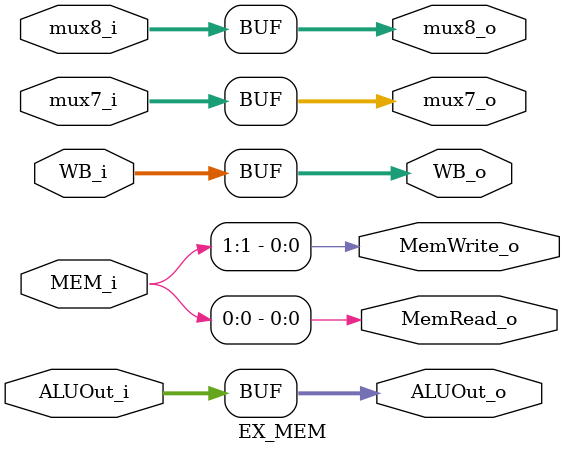
<source format=v>
module EX_MEM(
	WB_i,
	ALUOut_i,
	mux7_i,
	mux8_i,
	MEM_i,
	WB_o,
	ALUOut_o,
	mux7_o,
	mux8_o,
	MemRead_o,
	MemWrite_o
);

// MemToReg_i, RegWrite_i => WB_i    ;    MemRead_i, MemWrite_i, => MEM_i
input	[1:0]	WB_i, MEM_i;	
// mux7_i = RT (Forwarding or not)
input	[31:0]	ALUOut_i, mux7_i;
//	registerRD(5)
input	[4:0]	mux8_i;

output	[1:0]	WB_o;
output	[31:0]	ALUOut_o, mux7_o;
output	[4:0]	mux8_o;
output			MemRead_o, MemWrite_o;

assign	WB_o = WB_i;
assign	ALUOut_o = ALUOut_i;
assign	mux7_o = mux7_i;
assign	mux8_o = mux8_i;
assign	MemRead_o = MEM_i[0];
assign	MemWrite_o = MEM_i[1];

endmodule
</source>
